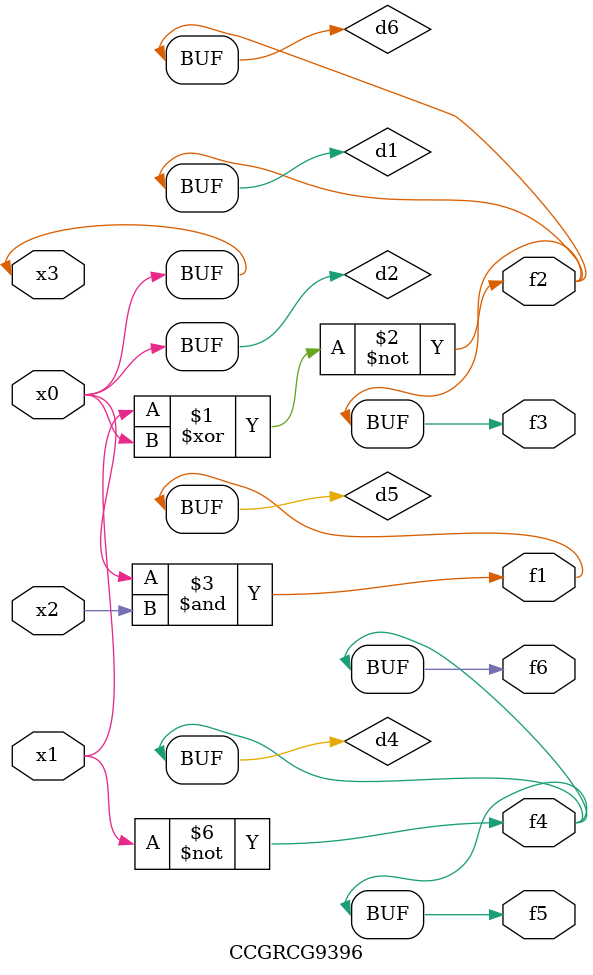
<source format=v>
module CCGRCG9396(
	input x0, x1, x2, x3,
	output f1, f2, f3, f4, f5, f6
);

	wire d1, d2, d3, d4, d5, d6;

	xnor (d1, x1, x3);
	buf (d2, x0, x3);
	nand (d3, x0, x2);
	not (d4, x1);
	nand (d5, d3);
	or (d6, d1);
	assign f1 = d5;
	assign f2 = d6;
	assign f3 = d6;
	assign f4 = d4;
	assign f5 = d4;
	assign f6 = d4;
endmodule

</source>
